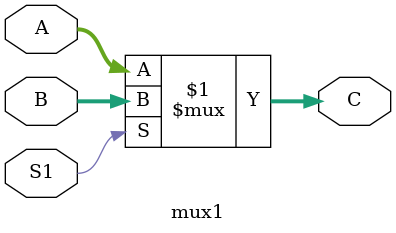
<source format=v>
/**
 * @file mux1.v
 * @brief 5-to-1 Multiplexer module in Verilog.
 * @author Shima Baniadamdizaj
 * @email baniadam.shima@gmail.com
 */

module mux1(
  input [0:4] A, ///< 5-bit input A
  input [0:4] B, ///< 5-bit input B
  input S1,      ///< Select signal
  output [0:4] C ///< 5-bit output
);

  // Assign statement for the multiplexer operation
  assign C = S1 ? B : A;

endmodule

</source>
